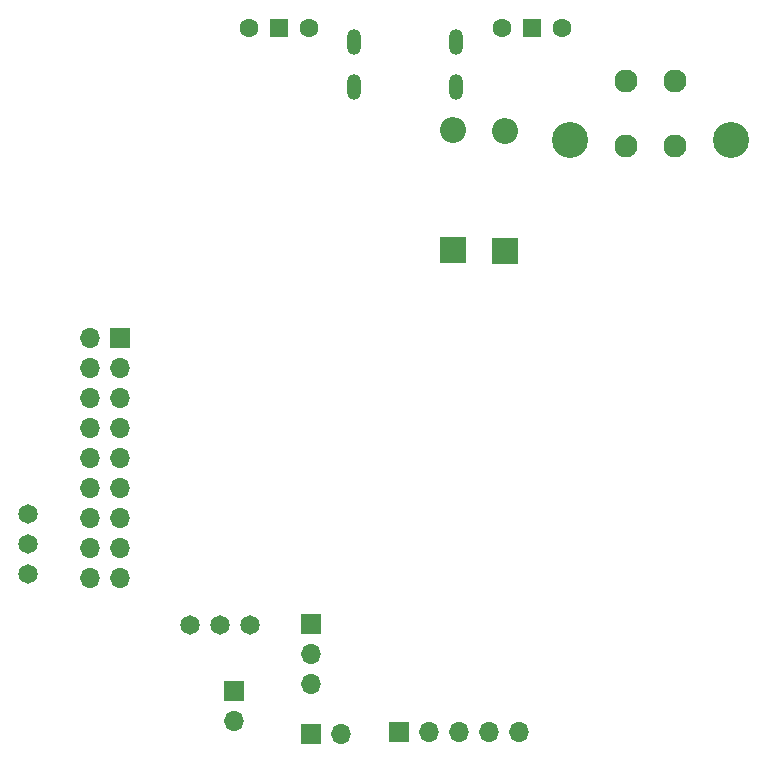
<source format=gbr>
%TF.GenerationSoftware,KiCad,Pcbnew,8.0.8*%
%TF.CreationDate,2025-03-03T07:56:09-06:00*%
%TF.ProjectId,Final Project V1,46696e61-6c20-4507-926f-6a6563742056,rev?*%
%TF.SameCoordinates,Original*%
%TF.FileFunction,Soldermask,Bot*%
%TF.FilePolarity,Negative*%
%FSLAX46Y46*%
G04 Gerber Fmt 4.6, Leading zero omitted, Abs format (unit mm)*
G04 Created by KiCad (PCBNEW 8.0.8) date 2025-03-03 07:56:09*
%MOMM*%
%LPD*%
G01*
G04 APERTURE LIST*
%ADD10C,1.651000*%
%ADD11R,2.200000X2.200000*%
%ADD12O,2.200000X2.200000*%
%ADD13R,1.500000X1.500000*%
%ADD14C,1.600000*%
%ADD15R,1.700000X1.700000*%
%ADD16O,1.700000X1.700000*%
%ADD17O,1.204000X2.204000*%
%ADD18C,1.955800*%
%ADD19C,3.048000*%
G04 APERTURE END LIST*
D10*
%TO.C,U5*%
X187400000Y-123200000D03*
X184860000Y-123200000D03*
X182320000Y-123200000D03*
%TD*%
%TO.C,U4*%
X168600000Y-118851000D03*
X168600000Y-116311000D03*
X168600000Y-113771000D03*
%TD*%
D11*
%TO.C,D2*%
X209000000Y-91480000D03*
D12*
X209000000Y-81320000D03*
%TD*%
D13*
%TO.C,SW5*%
X211260000Y-72600000D03*
D14*
X208720000Y-72600000D03*
X213800000Y-72600000D03*
%TD*%
D15*
%TO.C,J6*%
X176400000Y-98900000D03*
D16*
X173860000Y-98900000D03*
X176400000Y-101440000D03*
X173860000Y-101440000D03*
X176400000Y-103980000D03*
X173860000Y-103980000D03*
X176400000Y-106520000D03*
X173860000Y-106520000D03*
X176400000Y-109060000D03*
X173860000Y-109060000D03*
X176400000Y-111600000D03*
X173860000Y-111600000D03*
X176400000Y-114140000D03*
X173860000Y-114140000D03*
X176400000Y-116680000D03*
X173860000Y-116680000D03*
X176400000Y-119220000D03*
X173860000Y-119220000D03*
%TD*%
D15*
%TO.C,J3*%
X192600000Y-123060000D03*
D16*
X192600000Y-125600000D03*
X192600000Y-128140000D03*
%TD*%
D17*
%TO.C,USB-C1*%
X204800000Y-77600000D03*
X196160000Y-77600000D03*
X204800000Y-73800000D03*
X196160000Y-73800000D03*
%TD*%
D11*
%TO.C,D1*%
X204600000Y-91400000D03*
D12*
X204600000Y-81240000D03*
%TD*%
D15*
%TO.C,J2*%
X199980000Y-132200000D03*
D16*
X202520000Y-132200000D03*
X205060000Y-132200000D03*
X207600000Y-132200000D03*
X210140000Y-132200000D03*
%TD*%
D15*
%TO.C,J5*%
X186025000Y-128750000D03*
D16*
X186025000Y-131290000D03*
%TD*%
D13*
%TO.C,SW4*%
X189860000Y-72600000D03*
D14*
X187320000Y-72600000D03*
X192400000Y-72600000D03*
%TD*%
D15*
%TO.C,J4*%
X192550000Y-132375000D03*
D16*
X195090000Y-132375000D03*
%TD*%
D18*
%TO.C,J1*%
X223399998Y-82600000D03*
X219200000Y-82600000D03*
X223399998Y-77100001D03*
X219200000Y-77100001D03*
D19*
X214500000Y-82140001D03*
X228099999Y-82140001D03*
%TD*%
M02*

</source>
